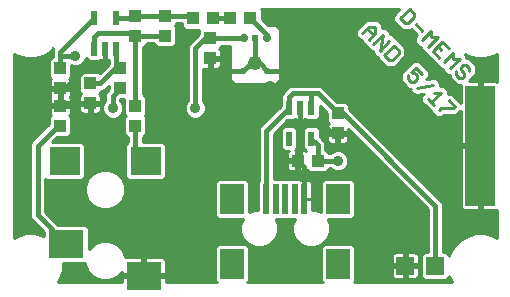
<source format=gtl>
G75*
%MOIN*%
%OFA0B0*%
%FSLAX25Y25*%
%IPPOS*%
%LPD*%
%AMOC8*
5,1,8,0,0,1.08239X$1,22.5*
%
%ADD10C,0.01100*%
%ADD11C,0.04819*%
%ADD12C,0.02213*%
%ADD13C,0.02409*%
%ADD14C,0.02846*%
%ADD15R,0.02165X0.04724*%
%ADD16R,0.11614X0.09449*%
%ADD17R,0.10433X0.09449*%
%ADD18R,0.03937X0.04331*%
%ADD19R,0.04331X0.03937*%
%ADD20R,0.01969X0.09843*%
%ADD21R,0.07874X0.09843*%
%ADD22R,0.06000X0.06000*%
%ADD23R,0.10000X0.40000*%
%ADD24C,0.01600*%
%ADD25C,0.03569*%
%ADD26C,0.01000*%
D10*
X0138070Y0089082D02*
X0139662Y0087489D01*
X0140724Y0087489D01*
X0142847Y0089613D01*
X0142847Y0090674D01*
X0141255Y0092266D01*
X0138070Y0089082D01*
X0136547Y0090605D02*
X0139732Y0093789D01*
X0137609Y0095913D02*
X0136547Y0090605D01*
X0134424Y0092728D02*
X0137609Y0095913D01*
X0135024Y0096374D02*
X0135024Y0098497D01*
X0132901Y0098497D01*
X0130778Y0096374D01*
X0132370Y0097966D02*
X0134493Y0095843D01*
X0135024Y0096374D02*
X0132901Y0094251D01*
X0143278Y0101374D02*
X0144870Y0099782D01*
X0145932Y0099782D01*
X0148055Y0101905D01*
X0148055Y0102966D01*
X0146463Y0104559D01*
X0143278Y0101374D01*
X0148516Y0099320D02*
X0150639Y0097197D01*
X0150570Y0094082D02*
X0153755Y0097266D01*
X0153755Y0095143D01*
X0155878Y0095143D01*
X0152693Y0091959D01*
X0154216Y0090436D02*
X0156339Y0088313D01*
X0157862Y0086790D02*
X0161047Y0089974D01*
X0161047Y0087851D01*
X0163170Y0087851D01*
X0159985Y0084666D01*
X0162039Y0083674D02*
X0162039Y0082613D01*
X0163101Y0081551D01*
X0164162Y0081551D01*
X0164693Y0082082D01*
X0164693Y0083143D01*
X0163631Y0084205D01*
X0163631Y0085267D01*
X0164162Y0085797D01*
X0165224Y0085797D01*
X0166285Y0084736D01*
X0166285Y0083674D01*
X0156870Y0090966D02*
X0155808Y0092028D01*
X0154216Y0090436D02*
X0157401Y0093620D01*
X0159524Y0091497D01*
X0150670Y0082851D02*
X0148547Y0084974D01*
X0146955Y0083382D01*
X0148547Y0082851D01*
X0149078Y0082320D01*
X0149078Y0081259D01*
X0148016Y0080197D01*
X0146955Y0080197D01*
X0145893Y0081259D01*
X0145893Y0082320D01*
X0149008Y0078143D02*
X0154316Y0079205D01*
X0154778Y0076620D02*
X0156901Y0076620D01*
X0153716Y0073436D01*
X0152654Y0074497D02*
X0154778Y0072374D01*
X0156301Y0070851D02*
X0156831Y0071382D01*
X0161078Y0071382D01*
X0161608Y0071913D01*
X0159485Y0074036D01*
D11*
X0095000Y0086374D03*
D12*
X0091004Y0083878D03*
X0098996Y0083878D03*
D13*
X0095000Y0094654D03*
D14*
X0091197Y0094654D03*
X0098803Y0094654D03*
D15*
X0106260Y0071493D03*
X0110000Y0071493D03*
X0113740Y0071493D03*
X0113740Y0061256D03*
X0106260Y0061256D03*
X0048740Y0091256D03*
X0045000Y0091256D03*
X0041260Y0091256D03*
X0041260Y0101493D03*
X0048740Y0101493D03*
D16*
X0032106Y0026197D03*
X0057894Y0015567D03*
D17*
X0058484Y0053756D03*
X0031516Y0053756D03*
D18*
X0030000Y0065528D03*
X0030000Y0072220D03*
X0030000Y0078028D03*
X0030000Y0084720D03*
X0055000Y0072220D03*
X0055000Y0065528D03*
X0080000Y0088028D03*
X0080000Y0094720D03*
X0080846Y0101374D03*
X0074154Y0101374D03*
X0065000Y0102220D03*
X0065000Y0095528D03*
X0122500Y0069720D03*
X0122500Y0063028D03*
D19*
X0115846Y0053874D03*
X0109154Y0053874D03*
X0050000Y0078028D03*
X0040000Y0079720D03*
X0050000Y0084720D03*
X0055000Y0095528D03*
X0055000Y0102220D03*
X0086654Y0101374D03*
X0093346Y0101374D03*
X0040000Y0073028D03*
D20*
X0098701Y0041217D03*
X0101850Y0041217D03*
X0105000Y0041217D03*
X0108150Y0041217D03*
X0111299Y0041217D03*
D21*
X0122717Y0041217D03*
X0087283Y0041217D03*
X0087283Y0019563D03*
X0122717Y0019563D03*
D22*
X0145000Y0018874D03*
X0155000Y0018874D03*
D23*
X0170000Y0058874D03*
D24*
X0155000Y0038874D02*
X0155000Y0018874D01*
X0145000Y0018874D02*
X0145000Y0031374D01*
X0127500Y0048874D01*
X0111299Y0048874D01*
X0111299Y0051728D01*
X0109154Y0053874D01*
X0110000Y0054720D01*
X0110000Y0066374D01*
X0117500Y0066374D01*
X0120000Y0063874D01*
X0121654Y0063874D01*
X0122500Y0063028D01*
X0115846Y0059149D02*
X0115846Y0053874D01*
X0122500Y0053874D01*
X0115846Y0059149D02*
X0113740Y0061256D01*
X0110000Y0066374D02*
X0110000Y0071493D01*
X0106260Y0071493D02*
X0106260Y0075134D01*
X0107500Y0076374D01*
X0113740Y0076374D01*
X0115846Y0076374D01*
X0122500Y0069720D01*
X0124154Y0069720D01*
X0155000Y0038874D01*
X0111299Y0041217D02*
X0111299Y0048874D01*
X0098701Y0041217D02*
X0098701Y0063933D01*
X0106260Y0071493D01*
X0113740Y0071493D02*
X0113740Y0076374D01*
X0105004Y0083878D02*
X0098996Y0083878D01*
X0096500Y0086374D01*
X0095000Y0086374D01*
X0093500Y0086374D01*
X0091004Y0083878D01*
X0085004Y0083878D01*
X0080000Y0078874D01*
X0075000Y0071374D02*
X0075000Y0091374D01*
X0078346Y0094720D01*
X0080000Y0094720D01*
X0080067Y0094654D01*
X0091197Y0094654D01*
X0095000Y0094654D02*
X0095000Y0086374D01*
X0105004Y0083878D02*
X0110000Y0088874D01*
X0098803Y0094654D02*
X0098803Y0095917D01*
X0093346Y0101374D01*
X0086654Y0101374D02*
X0080846Y0101374D01*
X0074154Y0101374D02*
X0073307Y0102220D01*
X0065000Y0102220D01*
X0055000Y0102220D01*
X0054272Y0101493D01*
X0048740Y0101493D01*
X0041260Y0101493D02*
X0030000Y0090233D01*
X0030000Y0088874D01*
X0035000Y0088874D01*
X0030000Y0088874D02*
X0030000Y0084720D01*
X0031654Y0078028D02*
X0037500Y0083874D01*
X0042500Y0083874D01*
X0045000Y0086374D01*
X0045000Y0091256D01*
X0041260Y0091256D02*
X0041260Y0095134D01*
X0042500Y0096374D01*
X0054154Y0096374D01*
X0055000Y0095528D01*
X0055000Y0072220D01*
X0047500Y0071374D02*
X0047500Y0075528D01*
X0050000Y0078028D01*
X0043346Y0079720D02*
X0048346Y0084720D01*
X0050000Y0084720D01*
X0048740Y0085980D01*
X0048740Y0091256D01*
X0055000Y0095528D02*
X0065000Y0095528D01*
X0043346Y0079720D02*
X0040000Y0079720D01*
X0031654Y0078028D02*
X0030000Y0078028D01*
X0030000Y0072220D01*
X0030807Y0073028D01*
X0040000Y0073028D01*
X0030000Y0065528D02*
X0029154Y0065528D01*
X0022500Y0058874D01*
X0022500Y0035803D01*
X0032106Y0026197D01*
X0058484Y0053756D02*
X0055000Y0057240D01*
X0055000Y0065528D01*
D25*
X0047500Y0071374D03*
X0040000Y0063874D03*
X0047500Y0053874D03*
X0070000Y0048874D03*
X0060000Y0038874D03*
X0070000Y0028874D03*
X0080000Y0038874D03*
X0090000Y0048874D03*
X0080000Y0058874D03*
X0075000Y0071374D03*
X0080000Y0078874D03*
X0060000Y0078874D03*
X0035000Y0088874D03*
X0020000Y0078874D03*
X0020000Y0068874D03*
X0030000Y0038874D03*
X0045000Y0033874D03*
X0105000Y0018874D03*
X0140000Y0028874D03*
X0150000Y0036374D03*
X0160000Y0038874D03*
X0140000Y0043874D03*
X0130000Y0053874D03*
X0122500Y0053874D03*
X0150000Y0068874D03*
X0160000Y0058874D03*
X0160000Y0078874D03*
X0150000Y0088874D03*
X0140000Y0078874D03*
X0130000Y0088874D03*
X0120000Y0078874D03*
X0110000Y0088874D03*
X0100000Y0078874D03*
X0120000Y0098874D03*
X0140000Y0098874D03*
D26*
X0030063Y0014706D02*
X0029294Y0013374D01*
X0050587Y0013374D01*
X0050587Y0015067D01*
X0057394Y0015067D01*
X0057394Y0016067D01*
X0057394Y0021791D01*
X0051889Y0021791D01*
X0051606Y0021716D01*
X0051606Y0021999D01*
X0050601Y0024427D01*
X0048742Y0026286D01*
X0046314Y0027291D01*
X0043686Y0027291D01*
X0041258Y0026286D01*
X0039613Y0024641D01*
X0039613Y0031625D01*
X0038618Y0032621D01*
X0029217Y0032621D01*
X0025000Y0036839D01*
X0025000Y0047927D01*
X0025595Y0047331D01*
X0037436Y0047331D01*
X0038432Y0048327D01*
X0038432Y0059184D01*
X0037436Y0060180D01*
X0027342Y0060180D01*
X0028824Y0061662D01*
X0032673Y0061662D01*
X0033668Y0062658D01*
X0033668Y0068397D01*
X0033050Y0069015D01*
X0033169Y0069134D01*
X0033366Y0069476D01*
X0033468Y0069858D01*
X0033468Y0071736D01*
X0030484Y0071736D01*
X0030484Y0072705D01*
X0029516Y0072705D01*
X0029516Y0075886D01*
X0029516Y0077543D01*
X0030484Y0077543D01*
X0030484Y0072705D01*
X0033468Y0072705D01*
X0033468Y0074583D01*
X0033366Y0074965D01*
X0033274Y0075124D01*
X0033366Y0075283D01*
X0033468Y0075665D01*
X0033468Y0077543D01*
X0030484Y0077543D01*
X0030484Y0078512D01*
X0033468Y0078512D01*
X0033468Y0080390D01*
X0033366Y0080772D01*
X0033169Y0081114D01*
X0033050Y0081233D01*
X0033668Y0081851D01*
X0033668Y0085654D01*
X0034307Y0085390D01*
X0035693Y0085390D01*
X0036974Y0085920D01*
X0037954Y0086900D01*
X0038484Y0088181D01*
X0038484Y0088182D01*
X0039473Y0087193D01*
X0043047Y0087193D01*
X0043347Y0087493D01*
X0043720Y0087393D01*
X0044959Y0087393D01*
X0044959Y0091214D01*
X0045041Y0091214D01*
X0045041Y0087393D01*
X0046135Y0087393D01*
X0046135Y0087393D01*
X0046135Y0086044D01*
X0043174Y0083084D01*
X0042870Y0083389D01*
X0037130Y0083389D01*
X0036135Y0082393D01*
X0036135Y0077048D01*
X0036960Y0076223D01*
X0036914Y0076196D01*
X0036634Y0075917D01*
X0036437Y0075575D01*
X0036335Y0075194D01*
X0036335Y0073512D01*
X0039516Y0073512D01*
X0039516Y0072543D01*
X0040484Y0072543D01*
X0040484Y0069559D01*
X0042363Y0069559D01*
X0042744Y0069661D01*
X0043086Y0069859D01*
X0043366Y0070138D01*
X0043563Y0070480D01*
X0043665Y0070862D01*
X0043665Y0072543D01*
X0040484Y0072543D01*
X0040484Y0073512D01*
X0043665Y0073512D01*
X0043665Y0075194D01*
X0043563Y0075575D01*
X0043366Y0075917D01*
X0043086Y0076196D01*
X0043040Y0076223D01*
X0043865Y0077048D01*
X0043865Y0077229D01*
X0044763Y0077601D01*
X0046135Y0078973D01*
X0046135Y0077698D01*
X0046084Y0077647D01*
X0045381Y0076944D01*
X0045000Y0076025D01*
X0045000Y0073801D01*
X0044546Y0073348D01*
X0044016Y0072067D01*
X0044016Y0070681D01*
X0044546Y0069400D01*
X0045526Y0068420D01*
X0046807Y0067890D01*
X0048193Y0067890D01*
X0049474Y0068420D01*
X0050454Y0069400D01*
X0050984Y0070681D01*
X0050984Y0072067D01*
X0050454Y0073348D01*
X0050000Y0073801D01*
X0050000Y0074359D01*
X0051331Y0074359D01*
X0051331Y0069351D01*
X0051808Y0068874D01*
X0051331Y0068397D01*
X0051331Y0062658D01*
X0052327Y0061662D01*
X0052500Y0061662D01*
X0052500Y0060117D01*
X0051568Y0059184D01*
X0051568Y0048327D01*
X0052564Y0047331D01*
X0064405Y0047331D01*
X0065401Y0048327D01*
X0065401Y0059184D01*
X0064405Y0060180D01*
X0057500Y0060180D01*
X0057500Y0061662D01*
X0057673Y0061662D01*
X0058668Y0062658D01*
X0058668Y0068397D01*
X0058192Y0068874D01*
X0058668Y0069351D01*
X0058668Y0075090D01*
X0057673Y0076086D01*
X0057500Y0076086D01*
X0057500Y0091859D01*
X0057870Y0091859D01*
X0058865Y0092855D01*
X0058865Y0093028D01*
X0061331Y0093028D01*
X0061331Y0092658D01*
X0062327Y0091662D01*
X0067673Y0091662D01*
X0068668Y0092658D01*
X0068668Y0098397D01*
X0068192Y0098874D01*
X0068668Y0099351D01*
X0068668Y0099720D01*
X0070485Y0099720D01*
X0070485Y0098504D01*
X0071481Y0097509D01*
X0076331Y0097509D01*
X0076331Y0096241D01*
X0076227Y0096137D01*
X0072881Y0092790D01*
X0072500Y0091871D01*
X0072500Y0073801D01*
X0072046Y0073348D01*
X0071516Y0072067D01*
X0071516Y0070681D01*
X0072046Y0069400D01*
X0073026Y0068420D01*
X0074307Y0067890D01*
X0075693Y0067890D01*
X0076974Y0068420D01*
X0077954Y0069400D01*
X0078484Y0070681D01*
X0078484Y0072067D01*
X0077954Y0073348D01*
X0077500Y0073801D01*
X0077500Y0084452D01*
X0077834Y0084362D01*
X0079516Y0084362D01*
X0079516Y0087543D01*
X0080484Y0087543D01*
X0080484Y0084362D01*
X0082166Y0084362D01*
X0082547Y0084464D01*
X0082890Y0084662D01*
X0083169Y0084941D01*
X0083366Y0085283D01*
X0083468Y0085665D01*
X0083468Y0087543D01*
X0080484Y0087543D01*
X0080484Y0088512D01*
X0083468Y0088512D01*
X0083468Y0090390D01*
X0083366Y0090772D01*
X0083169Y0091114D01*
X0083050Y0091233D01*
X0083668Y0091851D01*
X0083668Y0092154D01*
X0086751Y0092154D01*
X0086751Y0080747D01*
X0087893Y0079605D01*
X0102107Y0079605D01*
X0103249Y0080747D01*
X0103249Y0097953D01*
X0102107Y0099096D01*
X0099160Y0099096D01*
X0097212Y0101044D01*
X0097212Y0104047D01*
X0096884Y0104374D01*
X0143096Y0104374D01*
X0141696Y0102975D01*
X0141028Y0102306D01*
X0141028Y0100442D01*
X0141984Y0099486D01*
X0142620Y0098850D01*
X0142620Y0098850D01*
X0142982Y0098488D01*
X0143938Y0097532D01*
X0146864Y0097532D01*
X0146993Y0097661D01*
X0148980Y0095674D01*
X0148320Y0095014D01*
X0148320Y0093150D01*
X0149638Y0091832D01*
X0150443Y0091832D01*
X0150443Y0091027D01*
X0151761Y0089709D01*
X0151966Y0089709D01*
X0151966Y0089504D01*
X0153284Y0088186D01*
X0153284Y0088186D01*
X0155407Y0086063D01*
X0155612Y0086063D01*
X0155612Y0085858D01*
X0156930Y0084540D01*
X0157735Y0084540D01*
X0157735Y0083734D01*
X0159053Y0082416D01*
X0159789Y0082416D01*
X0159789Y0081681D01*
X0162169Y0079301D01*
X0163562Y0079301D01*
X0163500Y0079071D01*
X0163500Y0073203D01*
X0162540Y0074163D01*
X0160417Y0076286D01*
X0159151Y0076286D01*
X0159151Y0077552D01*
X0157833Y0078870D01*
X0156678Y0078870D01*
X0156340Y0080560D01*
X0154789Y0081594D01*
X0152047Y0081046D01*
X0152920Y0081919D01*
X0152920Y0083783D01*
X0150797Y0085906D01*
X0149479Y0087224D01*
X0147615Y0087224D01*
X0145622Y0085231D01*
X0145115Y0084978D01*
X0144988Y0084597D01*
X0144961Y0084570D01*
X0143643Y0083252D01*
X0143643Y0080327D01*
X0144961Y0079009D01*
X0146023Y0077947D01*
X0146753Y0077947D01*
X0146985Y0076788D01*
X0148536Y0075754D01*
X0151278Y0076303D01*
X0150404Y0075429D01*
X0150404Y0073565D01*
X0151466Y0072504D01*
X0151466Y0072504D01*
X0152784Y0071186D01*
X0153846Y0070124D01*
X0154051Y0070124D01*
X0154051Y0069919D01*
X0155369Y0068601D01*
X0157233Y0068601D01*
X0157763Y0069132D01*
X0162010Y0069132D01*
X0163328Y0070450D01*
X0163500Y0070622D01*
X0163500Y0059374D01*
X0169500Y0059374D01*
X0169500Y0080374D01*
X0166167Y0080374D01*
X0166412Y0080619D01*
X0166943Y0081150D01*
X0166943Y0081424D01*
X0167217Y0081424D01*
X0168535Y0082742D01*
X0168535Y0085668D01*
X0167474Y0086729D01*
X0166156Y0088047D01*
X0165420Y0088047D01*
X0165420Y0088783D01*
X0164792Y0089411D01*
X0165832Y0088811D01*
X0168578Y0088075D01*
X0171422Y0088075D01*
X0174168Y0088811D01*
X0175500Y0089580D01*
X0175500Y0080293D01*
X0175197Y0080374D01*
X0170500Y0080374D01*
X0170500Y0059374D01*
X0169500Y0059374D01*
X0169500Y0058374D01*
X0170500Y0058374D01*
X0170500Y0037374D01*
X0175197Y0037374D01*
X0175500Y0037455D01*
X0175500Y0028168D01*
X0174168Y0028937D01*
X0171422Y0029673D01*
X0168578Y0029673D01*
X0165832Y0028937D01*
X0163369Y0027516D01*
X0161358Y0025505D01*
X0159937Y0023042D01*
X0159700Y0022159D01*
X0159700Y0022578D01*
X0158704Y0023574D01*
X0157500Y0023574D01*
X0157500Y0039371D01*
X0157119Y0040290D01*
X0156416Y0040993D01*
X0126168Y0071241D01*
X0126168Y0072590D01*
X0125173Y0073586D01*
X0122170Y0073586D01*
X0117966Y0077790D01*
X0117263Y0078493D01*
X0116344Y0078874D01*
X0107003Y0078874D01*
X0106084Y0078493D01*
X0105381Y0077790D01*
X0104140Y0076550D01*
X0103760Y0075631D01*
X0103760Y0074842D01*
X0103477Y0074559D01*
X0103477Y0072245D01*
X0096581Y0065350D01*
X0096201Y0064431D01*
X0096201Y0047026D01*
X0096017Y0046842D01*
X0096017Y0037646D01*
X0095091Y0037646D01*
X0092920Y0036747D01*
X0092920Y0046842D01*
X0091925Y0047838D01*
X0082642Y0047838D01*
X0081646Y0046842D01*
X0081646Y0035591D01*
X0082642Y0034595D01*
X0090884Y0034595D01*
X0090067Y0032622D01*
X0090067Y0030127D01*
X0091022Y0027821D01*
X0092786Y0026057D01*
X0095091Y0025102D01*
X0097586Y0025102D01*
X0099891Y0026057D01*
X0101655Y0027821D01*
X0102610Y0030127D01*
X0102610Y0032622D01*
X0101793Y0034595D01*
X0108207Y0034595D01*
X0107390Y0032622D01*
X0107390Y0030127D01*
X0108345Y0027821D01*
X0110109Y0026057D01*
X0112414Y0025102D01*
X0114909Y0025102D01*
X0117214Y0026057D01*
X0118978Y0027821D01*
X0119933Y0030127D01*
X0119933Y0032622D01*
X0119115Y0034595D01*
X0127358Y0034595D01*
X0128354Y0035591D01*
X0128354Y0046842D01*
X0127358Y0047838D01*
X0118075Y0047838D01*
X0117080Y0046842D01*
X0117080Y0036747D01*
X0114909Y0037646D01*
X0113783Y0037646D01*
X0113783Y0041216D01*
X0111299Y0041216D01*
X0111299Y0041217D01*
X0111299Y0047638D01*
X0110117Y0047638D01*
X0110055Y0047621D01*
X0109838Y0047838D01*
X0101201Y0047838D01*
X0101201Y0062898D01*
X0105733Y0067430D01*
X0108047Y0067430D01*
X0108347Y0067730D01*
X0108720Y0067630D01*
X0109959Y0067630D01*
X0109959Y0071451D01*
X0110041Y0071451D01*
X0110041Y0067630D01*
X0111280Y0067630D01*
X0111653Y0067730D01*
X0111953Y0067430D01*
X0115527Y0067430D01*
X0116523Y0068426D01*
X0116523Y0072162D01*
X0118831Y0069853D01*
X0118831Y0066851D01*
X0119450Y0066233D01*
X0119331Y0066114D01*
X0119134Y0065772D01*
X0119031Y0065390D01*
X0119031Y0063512D01*
X0122016Y0063512D01*
X0122016Y0062543D01*
X0122984Y0062543D01*
X0122984Y0059362D01*
X0124666Y0059362D01*
X0125047Y0059464D01*
X0125390Y0059662D01*
X0125669Y0059941D01*
X0125866Y0060283D01*
X0125968Y0060665D01*
X0125968Y0062543D01*
X0122984Y0062543D01*
X0122984Y0063512D01*
X0125968Y0063512D01*
X0125968Y0064370D01*
X0152500Y0037838D01*
X0152500Y0023574D01*
X0151296Y0023574D01*
X0150300Y0022578D01*
X0150300Y0015170D01*
X0151296Y0014174D01*
X0158704Y0014174D01*
X0159700Y0015170D01*
X0159700Y0015589D01*
X0159937Y0014706D01*
X0160706Y0013374D01*
X0127790Y0013374D01*
X0128354Y0013938D01*
X0128354Y0025188D01*
X0127358Y0026184D01*
X0118075Y0026184D01*
X0117080Y0025188D01*
X0117080Y0013938D01*
X0117643Y0013374D01*
X0092357Y0013374D01*
X0092920Y0013938D01*
X0092920Y0025188D01*
X0091925Y0026184D01*
X0082642Y0026184D01*
X0081646Y0025188D01*
X0081646Y0013938D01*
X0082210Y0013374D01*
X0065201Y0013374D01*
X0065201Y0015067D01*
X0058394Y0015067D01*
X0058394Y0016067D01*
X0065201Y0016067D01*
X0065201Y0020489D01*
X0065099Y0020870D01*
X0064901Y0021212D01*
X0064622Y0021492D01*
X0064280Y0021689D01*
X0063898Y0021791D01*
X0058394Y0021791D01*
X0058394Y0016067D01*
X0057394Y0016067D01*
X0050587Y0016067D01*
X0050587Y0016929D01*
X0048742Y0015084D01*
X0046314Y0014079D01*
X0043686Y0014079D01*
X0041258Y0015084D01*
X0039399Y0016943D01*
X0038394Y0019371D01*
X0038394Y0019772D01*
X0030799Y0019772D01*
X0030799Y0017452D01*
X0030063Y0014706D01*
X0030106Y0014865D02*
X0041788Y0014865D01*
X0040479Y0015864D02*
X0030374Y0015864D01*
X0030641Y0016862D02*
X0039480Y0016862D01*
X0039019Y0017861D02*
X0030799Y0017861D01*
X0030799Y0018859D02*
X0038606Y0018859D01*
X0039613Y0024850D02*
X0039822Y0024850D01*
X0039613Y0025849D02*
X0040821Y0025849D01*
X0039613Y0026847D02*
X0042614Y0026847D01*
X0039613Y0027846D02*
X0091012Y0027846D01*
X0090598Y0028844D02*
X0039613Y0028844D01*
X0039613Y0029843D02*
X0090184Y0029843D01*
X0090067Y0030841D02*
X0039613Y0030841D01*
X0039399Y0031840D02*
X0090067Y0031840D01*
X0090157Y0032838D02*
X0029000Y0032838D01*
X0028002Y0033837D02*
X0090570Y0033837D01*
X0092920Y0036832D02*
X0093128Y0036832D01*
X0092920Y0037831D02*
X0096017Y0037831D01*
X0096017Y0038829D02*
X0092920Y0038829D01*
X0092920Y0039828D02*
X0096017Y0039828D01*
X0096017Y0040826D02*
X0092920Y0040826D01*
X0092920Y0041825D02*
X0096017Y0041825D01*
X0096017Y0042823D02*
X0092920Y0042823D01*
X0092920Y0043822D02*
X0096017Y0043822D01*
X0096017Y0044820D02*
X0092920Y0044820D01*
X0092920Y0045819D02*
X0096017Y0045819D01*
X0096017Y0046817D02*
X0092920Y0046817D01*
X0091946Y0047816D02*
X0096201Y0047816D01*
X0096201Y0048814D02*
X0065401Y0048814D01*
X0065401Y0049813D02*
X0096201Y0049813D01*
X0096201Y0050811D02*
X0065401Y0050811D01*
X0065401Y0051810D02*
X0096201Y0051810D01*
X0096201Y0052809D02*
X0065401Y0052809D01*
X0065401Y0053807D02*
X0096201Y0053807D01*
X0096201Y0054806D02*
X0065401Y0054806D01*
X0065401Y0055804D02*
X0096201Y0055804D01*
X0096201Y0056803D02*
X0065401Y0056803D01*
X0065401Y0057801D02*
X0096201Y0057801D01*
X0096201Y0058800D02*
X0065401Y0058800D01*
X0064787Y0059798D02*
X0096201Y0059798D01*
X0096201Y0060797D02*
X0057500Y0060797D01*
X0057806Y0061795D02*
X0096201Y0061795D01*
X0096201Y0062794D02*
X0058668Y0062794D01*
X0058668Y0063792D02*
X0096201Y0063792D01*
X0096350Y0064791D02*
X0058668Y0064791D01*
X0058668Y0065789D02*
X0097021Y0065789D01*
X0098019Y0066788D02*
X0058668Y0066788D01*
X0058668Y0067786D02*
X0099018Y0067786D01*
X0100016Y0068785D02*
X0077338Y0068785D01*
X0078112Y0069783D02*
X0101015Y0069783D01*
X0102014Y0070782D02*
X0078484Y0070782D01*
X0078484Y0071780D02*
X0103012Y0071780D01*
X0103477Y0072779D02*
X0078189Y0072779D01*
X0077524Y0073777D02*
X0103477Y0073777D01*
X0103694Y0074776D02*
X0077500Y0074776D01*
X0077500Y0075774D02*
X0103819Y0075774D01*
X0104363Y0076773D02*
X0077500Y0076773D01*
X0077500Y0077771D02*
X0105362Y0077771D01*
X0106751Y0078770D02*
X0077500Y0078770D01*
X0077500Y0079768D02*
X0087730Y0079768D01*
X0086751Y0080767D02*
X0077500Y0080767D01*
X0077500Y0081765D02*
X0086751Y0081765D01*
X0086751Y0082764D02*
X0077500Y0082764D01*
X0077500Y0083762D02*
X0086751Y0083762D01*
X0086751Y0084761D02*
X0082988Y0084761D01*
X0083468Y0085759D02*
X0086751Y0085759D01*
X0086751Y0086758D02*
X0083468Y0086758D01*
X0080484Y0087756D02*
X0086751Y0087756D01*
X0086751Y0088755D02*
X0083468Y0088755D01*
X0083468Y0089753D02*
X0086751Y0089753D01*
X0086751Y0090752D02*
X0083372Y0090752D01*
X0083568Y0091750D02*
X0086751Y0091750D01*
X0080484Y0086758D02*
X0079516Y0086758D01*
X0079516Y0085759D02*
X0080484Y0085759D01*
X0080484Y0084761D02*
X0079516Y0084761D01*
X0072500Y0084761D02*
X0057500Y0084761D01*
X0057500Y0085759D02*
X0072500Y0085759D01*
X0072500Y0086758D02*
X0057500Y0086758D01*
X0057500Y0087756D02*
X0072500Y0087756D01*
X0072500Y0088755D02*
X0057500Y0088755D01*
X0057500Y0089753D02*
X0072500Y0089753D01*
X0072500Y0090752D02*
X0057500Y0090752D01*
X0057500Y0091750D02*
X0062239Y0091750D01*
X0061331Y0092749D02*
X0058759Y0092749D01*
X0067761Y0091750D02*
X0072500Y0091750D01*
X0072864Y0092749D02*
X0068668Y0092749D01*
X0068668Y0093747D02*
X0073838Y0093747D01*
X0074836Y0094746D02*
X0068668Y0094746D01*
X0068668Y0095745D02*
X0075835Y0095745D01*
X0076331Y0096743D02*
X0068668Y0096743D01*
X0068668Y0097742D02*
X0071248Y0097742D01*
X0070485Y0098740D02*
X0068326Y0098740D01*
X0046135Y0086758D02*
X0037811Y0086758D01*
X0038308Y0087756D02*
X0038910Y0087756D01*
X0036585Y0085759D02*
X0045850Y0085759D01*
X0044851Y0084761D02*
X0033668Y0084761D01*
X0033668Y0083762D02*
X0043853Y0083762D01*
X0044959Y0087756D02*
X0045041Y0087756D01*
X0045041Y0088755D02*
X0044959Y0088755D01*
X0044959Y0089753D02*
X0045041Y0089753D01*
X0045041Y0090752D02*
X0044959Y0090752D01*
X0036505Y0082764D02*
X0033668Y0082764D01*
X0033583Y0081765D02*
X0036135Y0081765D01*
X0036135Y0080767D02*
X0033368Y0080767D01*
X0033468Y0079768D02*
X0036135Y0079768D01*
X0036135Y0078770D02*
X0033468Y0078770D01*
X0036135Y0077771D02*
X0030484Y0077771D01*
X0029516Y0077771D02*
X0014500Y0077771D01*
X0014500Y0076773D02*
X0026531Y0076773D01*
X0026531Y0077543D02*
X0026531Y0075665D01*
X0026634Y0075283D01*
X0026726Y0075124D01*
X0026634Y0074965D01*
X0026531Y0074583D01*
X0026531Y0072705D01*
X0029516Y0072705D01*
X0029516Y0071736D01*
X0026531Y0071736D01*
X0026531Y0069858D01*
X0026634Y0069476D01*
X0026831Y0069134D01*
X0026950Y0069015D01*
X0026331Y0068397D01*
X0026331Y0066241D01*
X0021084Y0060993D01*
X0020381Y0060290D01*
X0020000Y0059371D01*
X0020000Y0035306D01*
X0020381Y0034387D01*
X0024599Y0030168D01*
X0024599Y0028688D01*
X0024168Y0028937D01*
X0021422Y0029673D01*
X0018578Y0029673D01*
X0015832Y0028937D01*
X0014500Y0028168D01*
X0014500Y0089580D01*
X0015832Y0088811D01*
X0018578Y0088075D01*
X0021422Y0088075D01*
X0024168Y0088811D01*
X0026631Y0090232D01*
X0027763Y0091364D01*
X0027500Y0090730D01*
X0027500Y0088586D01*
X0027327Y0088586D01*
X0026331Y0087590D01*
X0026331Y0081851D01*
X0026950Y0081233D01*
X0026831Y0081114D01*
X0026634Y0080772D01*
X0026531Y0080390D01*
X0026531Y0078512D01*
X0029516Y0078512D01*
X0029516Y0077543D01*
X0026531Y0077543D01*
X0026531Y0078770D02*
X0014500Y0078770D01*
X0014500Y0079768D02*
X0026531Y0079768D01*
X0026632Y0080767D02*
X0014500Y0080767D01*
X0014500Y0081765D02*
X0026417Y0081765D01*
X0026331Y0082764D02*
X0014500Y0082764D01*
X0014500Y0083762D02*
X0026331Y0083762D01*
X0026331Y0084761D02*
X0014500Y0084761D01*
X0014500Y0085759D02*
X0026331Y0085759D01*
X0026331Y0086758D02*
X0014500Y0086758D01*
X0014500Y0087756D02*
X0026498Y0087756D01*
X0027500Y0088755D02*
X0023960Y0088755D01*
X0025801Y0089753D02*
X0027500Y0089753D01*
X0027509Y0090752D02*
X0027150Y0090752D01*
X0016040Y0088755D02*
X0014500Y0088755D01*
X0029516Y0076773D02*
X0030484Y0076773D01*
X0030484Y0075774D02*
X0029516Y0075774D01*
X0029516Y0074776D02*
X0030484Y0074776D01*
X0030484Y0073777D02*
X0029516Y0073777D01*
X0029516Y0072779D02*
X0030484Y0072779D01*
X0030484Y0071780D02*
X0036335Y0071780D01*
X0036335Y0072543D02*
X0036335Y0070862D01*
X0036437Y0070480D01*
X0036634Y0070138D01*
X0036914Y0069859D01*
X0037256Y0069661D01*
X0037637Y0069559D01*
X0039516Y0069559D01*
X0039516Y0072543D01*
X0036335Y0072543D01*
X0036335Y0073777D02*
X0033468Y0073777D01*
X0033468Y0072779D02*
X0039516Y0072779D01*
X0040484Y0072779D02*
X0044311Y0072779D01*
X0044016Y0071780D02*
X0043665Y0071780D01*
X0043644Y0070782D02*
X0044016Y0070782D01*
X0044388Y0069783D02*
X0042955Y0069783D01*
X0045162Y0068785D02*
X0033281Y0068785D01*
X0033449Y0069783D02*
X0037044Y0069783D01*
X0036356Y0070782D02*
X0033468Y0070782D01*
X0029516Y0071780D02*
X0014500Y0071780D01*
X0014500Y0070782D02*
X0026531Y0070782D01*
X0026551Y0069783D02*
X0014500Y0069783D01*
X0014500Y0068785D02*
X0026719Y0068785D01*
X0026331Y0067786D02*
X0014500Y0067786D01*
X0014500Y0066788D02*
X0026331Y0066788D01*
X0025880Y0065789D02*
X0014500Y0065789D01*
X0014500Y0064791D02*
X0024881Y0064791D01*
X0023883Y0063792D02*
X0014500Y0063792D01*
X0014500Y0062794D02*
X0022884Y0062794D01*
X0021886Y0061795D02*
X0014500Y0061795D01*
X0014500Y0060797D02*
X0020887Y0060797D01*
X0020177Y0059798D02*
X0014500Y0059798D01*
X0014500Y0058800D02*
X0020000Y0058800D01*
X0020000Y0057801D02*
X0014500Y0057801D01*
X0014500Y0056803D02*
X0020000Y0056803D01*
X0020000Y0055804D02*
X0014500Y0055804D01*
X0014500Y0054806D02*
X0020000Y0054806D01*
X0020000Y0053807D02*
X0014500Y0053807D01*
X0014500Y0052809D02*
X0020000Y0052809D01*
X0020000Y0051810D02*
X0014500Y0051810D01*
X0014500Y0050811D02*
X0020000Y0050811D01*
X0020000Y0049813D02*
X0014500Y0049813D01*
X0014500Y0048814D02*
X0020000Y0048814D01*
X0020000Y0047816D02*
X0014500Y0047816D01*
X0014500Y0046817D02*
X0020000Y0046817D01*
X0020000Y0045819D02*
X0014500Y0045819D01*
X0014500Y0044820D02*
X0020000Y0044820D01*
X0020000Y0043822D02*
X0014500Y0043822D01*
X0014500Y0042823D02*
X0020000Y0042823D01*
X0020000Y0041825D02*
X0014500Y0041825D01*
X0014500Y0040826D02*
X0020000Y0040826D01*
X0020000Y0039828D02*
X0014500Y0039828D01*
X0014500Y0038829D02*
X0020000Y0038829D01*
X0020000Y0037831D02*
X0014500Y0037831D01*
X0014500Y0036832D02*
X0020000Y0036832D01*
X0020000Y0035834D02*
X0014500Y0035834D01*
X0014500Y0034835D02*
X0020195Y0034835D01*
X0020931Y0033837D02*
X0014500Y0033837D01*
X0014500Y0032838D02*
X0021929Y0032838D01*
X0022928Y0031840D02*
X0014500Y0031840D01*
X0014500Y0030841D02*
X0023926Y0030841D01*
X0024599Y0029843D02*
X0014500Y0029843D01*
X0014500Y0028844D02*
X0015671Y0028844D01*
X0024329Y0028844D02*
X0024599Y0028844D01*
X0027003Y0034835D02*
X0082402Y0034835D01*
X0081646Y0035834D02*
X0026005Y0035834D01*
X0025006Y0036832D02*
X0081646Y0036832D01*
X0081646Y0037831D02*
X0046628Y0037831D01*
X0046314Y0037701D02*
X0048742Y0038707D01*
X0050601Y0040565D01*
X0051606Y0042993D01*
X0051606Y0045621D01*
X0050601Y0048049D01*
X0048742Y0049908D01*
X0046314Y0050913D01*
X0043686Y0050913D01*
X0041258Y0049908D01*
X0039399Y0048049D01*
X0038394Y0045621D01*
X0038394Y0042993D01*
X0039399Y0040565D01*
X0041258Y0038707D01*
X0043686Y0037701D01*
X0046314Y0037701D01*
X0048865Y0038829D02*
X0081646Y0038829D01*
X0081646Y0039828D02*
X0049863Y0039828D01*
X0050709Y0040826D02*
X0081646Y0040826D01*
X0081646Y0041825D02*
X0051122Y0041825D01*
X0051536Y0042823D02*
X0081646Y0042823D01*
X0081646Y0043822D02*
X0051606Y0043822D01*
X0051606Y0044820D02*
X0081646Y0044820D01*
X0081646Y0045819D02*
X0051524Y0045819D01*
X0051111Y0046817D02*
X0081646Y0046817D01*
X0082620Y0047816D02*
X0064889Y0047816D01*
X0052079Y0047816D02*
X0050697Y0047816D01*
X0049835Y0048814D02*
X0051568Y0048814D01*
X0051568Y0049813D02*
X0048837Y0049813D01*
X0046560Y0050811D02*
X0051568Y0050811D01*
X0051568Y0051810D02*
X0038432Y0051810D01*
X0038432Y0050811D02*
X0043440Y0050811D01*
X0041163Y0049813D02*
X0038432Y0049813D01*
X0038432Y0048814D02*
X0040165Y0048814D01*
X0039303Y0047816D02*
X0037921Y0047816D01*
X0038889Y0046817D02*
X0025000Y0046817D01*
X0025000Y0045819D02*
X0038476Y0045819D01*
X0038394Y0044820D02*
X0025000Y0044820D01*
X0025000Y0043822D02*
X0038394Y0043822D01*
X0038464Y0042823D02*
X0025000Y0042823D01*
X0025000Y0041825D02*
X0038878Y0041825D01*
X0039291Y0040826D02*
X0025000Y0040826D01*
X0025000Y0039828D02*
X0040136Y0039828D01*
X0041135Y0038829D02*
X0025000Y0038829D01*
X0025000Y0037831D02*
X0043372Y0037831D01*
X0047386Y0026847D02*
X0091996Y0026847D01*
X0092260Y0025849D02*
X0093289Y0025849D01*
X0092920Y0024850D02*
X0117080Y0024850D01*
X0117080Y0023852D02*
X0092920Y0023852D01*
X0092920Y0022853D02*
X0117080Y0022853D01*
X0117080Y0021855D02*
X0092920Y0021855D01*
X0092920Y0020856D02*
X0117080Y0020856D01*
X0117080Y0019858D02*
X0092920Y0019858D01*
X0092920Y0018859D02*
X0117080Y0018859D01*
X0117080Y0017861D02*
X0092920Y0017861D01*
X0092920Y0016862D02*
X0117080Y0016862D01*
X0117080Y0015864D02*
X0092920Y0015864D01*
X0092920Y0014865D02*
X0117080Y0014865D01*
X0117151Y0013867D02*
X0092849Y0013867D01*
X0081717Y0013867D02*
X0065201Y0013867D01*
X0065201Y0014865D02*
X0081646Y0014865D01*
X0081646Y0015864D02*
X0058394Y0015864D01*
X0058394Y0016862D02*
X0057394Y0016862D01*
X0057394Y0015864D02*
X0049521Y0015864D01*
X0050520Y0016862D02*
X0050587Y0016862D01*
X0050587Y0014865D02*
X0048212Y0014865D01*
X0050587Y0013867D02*
X0029579Y0013867D01*
X0049179Y0025849D02*
X0082307Y0025849D01*
X0081646Y0024850D02*
X0050178Y0024850D01*
X0050839Y0023852D02*
X0081646Y0023852D01*
X0081646Y0022853D02*
X0051253Y0022853D01*
X0051606Y0021855D02*
X0081646Y0021855D01*
X0081646Y0020856D02*
X0065102Y0020856D01*
X0065201Y0019858D02*
X0081646Y0019858D01*
X0081646Y0018859D02*
X0065201Y0018859D01*
X0065201Y0017861D02*
X0081646Y0017861D01*
X0081646Y0016862D02*
X0065201Y0016862D01*
X0058394Y0017861D02*
X0057394Y0017861D01*
X0057394Y0018859D02*
X0058394Y0018859D01*
X0058394Y0019858D02*
X0057394Y0019858D01*
X0057394Y0020856D02*
X0058394Y0020856D01*
X0099388Y0025849D02*
X0110612Y0025849D01*
X0109319Y0026847D02*
X0100681Y0026847D01*
X0101665Y0027846D02*
X0108334Y0027846D01*
X0107921Y0028844D02*
X0102079Y0028844D01*
X0102493Y0029843D02*
X0107507Y0029843D01*
X0107390Y0030841D02*
X0102610Y0030841D01*
X0102610Y0031840D02*
X0107390Y0031840D01*
X0107480Y0032838D02*
X0102520Y0032838D01*
X0102107Y0033837D02*
X0107893Y0033837D01*
X0113783Y0037831D02*
X0117080Y0037831D01*
X0117080Y0038829D02*
X0113783Y0038829D01*
X0113783Y0039828D02*
X0117080Y0039828D01*
X0117080Y0040826D02*
X0113783Y0040826D01*
X0113783Y0041217D02*
X0113783Y0046335D01*
X0113681Y0046717D01*
X0113484Y0047059D01*
X0113204Y0047338D01*
X0112862Y0047536D01*
X0112481Y0047638D01*
X0111299Y0047638D01*
X0111299Y0041217D01*
X0111299Y0041217D01*
X0113783Y0041217D01*
X0113783Y0041825D02*
X0117080Y0041825D01*
X0117080Y0042823D02*
X0113783Y0042823D01*
X0113783Y0043822D02*
X0117080Y0043822D01*
X0117080Y0044820D02*
X0113783Y0044820D01*
X0113783Y0045819D02*
X0117080Y0045819D01*
X0117080Y0046817D02*
X0113623Y0046817D01*
X0111299Y0046817D02*
X0111299Y0046817D01*
X0111299Y0045819D02*
X0111299Y0045819D01*
X0111299Y0044820D02*
X0111299Y0044820D01*
X0111299Y0043822D02*
X0111299Y0043822D01*
X0111299Y0042823D02*
X0111299Y0042823D01*
X0111299Y0041825D02*
X0111299Y0041825D01*
X0109860Y0047816D02*
X0118054Y0047816D01*
X0118716Y0050206D02*
X0119712Y0051201D01*
X0119712Y0051374D01*
X0120073Y0051374D01*
X0120526Y0050920D01*
X0121807Y0050390D01*
X0123193Y0050390D01*
X0124474Y0050920D01*
X0125454Y0051900D01*
X0125984Y0053181D01*
X0125984Y0054567D01*
X0125454Y0055848D01*
X0124474Y0056828D01*
X0123193Y0057358D01*
X0121807Y0057358D01*
X0120526Y0056828D01*
X0120073Y0056374D01*
X0119712Y0056374D01*
X0119712Y0056547D01*
X0118716Y0057543D01*
X0118346Y0057543D01*
X0118346Y0059646D01*
X0117966Y0060565D01*
X0117263Y0061269D01*
X0116523Y0062008D01*
X0116523Y0064322D01*
X0115527Y0065318D01*
X0111953Y0065318D01*
X0110957Y0064322D01*
X0110957Y0058189D01*
X0111918Y0057229D01*
X0111898Y0057240D01*
X0111516Y0057343D01*
X0109638Y0057343D01*
X0109638Y0054358D01*
X0108669Y0054358D01*
X0108669Y0053390D01*
X0105488Y0053390D01*
X0105488Y0051708D01*
X0105590Y0051327D01*
X0105788Y0050984D01*
X0106067Y0050705D01*
X0106409Y0050508D01*
X0106791Y0050406D01*
X0108669Y0050406D01*
X0108669Y0053390D01*
X0109638Y0053390D01*
X0109638Y0050406D01*
X0111516Y0050406D01*
X0111898Y0050508D01*
X0112240Y0050705D01*
X0112359Y0050824D01*
X0112977Y0050206D01*
X0118716Y0050206D01*
X0119322Y0050811D02*
X0120789Y0050811D01*
X0124211Y0050811D02*
X0139527Y0050811D01*
X0140525Y0049813D02*
X0101201Y0049813D01*
X0101201Y0050811D02*
X0105961Y0050811D01*
X0105488Y0051810D02*
X0101201Y0051810D01*
X0101201Y0052809D02*
X0105488Y0052809D01*
X0105488Y0054358D02*
X0108669Y0054358D01*
X0108669Y0057343D01*
X0108196Y0057343D01*
X0109043Y0058189D01*
X0109043Y0064322D01*
X0108047Y0065318D01*
X0104473Y0065318D01*
X0103477Y0064322D01*
X0103477Y0058189D01*
X0104473Y0057193D01*
X0106328Y0057193D01*
X0106067Y0057043D01*
X0105788Y0056764D01*
X0105590Y0056421D01*
X0105488Y0056040D01*
X0105488Y0054358D01*
X0105488Y0054806D02*
X0101201Y0054806D01*
X0101201Y0055804D02*
X0105488Y0055804D01*
X0105827Y0056803D02*
X0101201Y0056803D01*
X0101201Y0057801D02*
X0103865Y0057801D01*
X0103477Y0058800D02*
X0101201Y0058800D01*
X0101201Y0059798D02*
X0103477Y0059798D01*
X0103477Y0060797D02*
X0101201Y0060797D01*
X0101201Y0061795D02*
X0103477Y0061795D01*
X0103477Y0062794D02*
X0101201Y0062794D01*
X0102095Y0063792D02*
X0103477Y0063792D01*
X0103094Y0064791D02*
X0103946Y0064791D01*
X0104092Y0065789D02*
X0119144Y0065789D01*
X0119031Y0064791D02*
X0116054Y0064791D01*
X0116523Y0063792D02*
X0119031Y0063792D01*
X0116523Y0062794D02*
X0122016Y0062794D01*
X0122016Y0062543D02*
X0119031Y0062543D01*
X0119031Y0060665D01*
X0119134Y0060283D01*
X0119331Y0059941D01*
X0119610Y0059662D01*
X0119953Y0059464D01*
X0120334Y0059362D01*
X0122016Y0059362D01*
X0122016Y0062543D01*
X0122016Y0061795D02*
X0122984Y0061795D01*
X0122984Y0060797D02*
X0122016Y0060797D01*
X0122016Y0059798D02*
X0122984Y0059798D01*
X0119474Y0059798D02*
X0118284Y0059798D01*
X0118346Y0058800D02*
X0131539Y0058800D01*
X0130540Y0059798D02*
X0125526Y0059798D01*
X0125968Y0060797D02*
X0129542Y0060797D01*
X0128543Y0061795D02*
X0125968Y0061795D01*
X0127545Y0062794D02*
X0122984Y0062794D01*
X0125968Y0063792D02*
X0126546Y0063792D01*
X0129623Y0067786D02*
X0163500Y0067786D01*
X0163500Y0066788D02*
X0130622Y0066788D01*
X0131620Y0065789D02*
X0163500Y0065789D01*
X0163500Y0064791D02*
X0132619Y0064791D01*
X0133617Y0063792D02*
X0163500Y0063792D01*
X0163500Y0062794D02*
X0134616Y0062794D01*
X0135614Y0061795D02*
X0163500Y0061795D01*
X0163500Y0060797D02*
X0136613Y0060797D01*
X0137611Y0059798D02*
X0163500Y0059798D01*
X0163500Y0058374D02*
X0163500Y0038677D01*
X0163602Y0038295D01*
X0163800Y0037953D01*
X0164079Y0037674D01*
X0164421Y0037476D01*
X0164803Y0037374D01*
X0169500Y0037374D01*
X0169500Y0058374D01*
X0163500Y0058374D01*
X0163500Y0057801D02*
X0139608Y0057801D01*
X0138610Y0058800D02*
X0169500Y0058800D01*
X0169500Y0059798D02*
X0170500Y0059798D01*
X0170500Y0060797D02*
X0169500Y0060797D01*
X0169500Y0061795D02*
X0170500Y0061795D01*
X0170500Y0062794D02*
X0169500Y0062794D01*
X0169500Y0063792D02*
X0170500Y0063792D01*
X0170500Y0064791D02*
X0169500Y0064791D01*
X0169500Y0065789D02*
X0170500Y0065789D01*
X0170500Y0066788D02*
X0169500Y0066788D01*
X0169500Y0067786D02*
X0170500Y0067786D01*
X0170500Y0068785D02*
X0169500Y0068785D01*
X0169500Y0069783D02*
X0170500Y0069783D01*
X0170500Y0070782D02*
X0169500Y0070782D01*
X0169500Y0071780D02*
X0170500Y0071780D01*
X0170500Y0072779D02*
X0169500Y0072779D01*
X0169500Y0073777D02*
X0170500Y0073777D01*
X0170500Y0074776D02*
X0169500Y0074776D01*
X0169500Y0075774D02*
X0170500Y0075774D01*
X0170500Y0076773D02*
X0169500Y0076773D01*
X0169500Y0077771D02*
X0170500Y0077771D01*
X0170500Y0078770D02*
X0169500Y0078770D01*
X0169500Y0079768D02*
X0170500Y0079768D01*
X0167559Y0081765D02*
X0175500Y0081765D01*
X0175500Y0080767D02*
X0166560Y0080767D01*
X0168535Y0082764D02*
X0175500Y0082764D01*
X0175500Y0083762D02*
X0168535Y0083762D01*
X0168535Y0084761D02*
X0175500Y0084761D01*
X0175500Y0085759D02*
X0168444Y0085759D01*
X0167445Y0086758D02*
X0175500Y0086758D01*
X0175500Y0087756D02*
X0166447Y0087756D01*
X0166040Y0088755D02*
X0165420Y0088755D01*
X0157735Y0083762D02*
X0152920Y0083762D01*
X0152920Y0082764D02*
X0158706Y0082764D01*
X0159789Y0081765D02*
X0152766Y0081765D01*
X0156030Y0080767D02*
X0160703Y0080767D01*
X0161701Y0079768D02*
X0156498Y0079768D01*
X0157933Y0078770D02*
X0163500Y0078770D01*
X0163500Y0077771D02*
X0158932Y0077771D01*
X0159151Y0076773D02*
X0163500Y0076773D01*
X0163500Y0075774D02*
X0160929Y0075774D01*
X0161927Y0074776D02*
X0163500Y0074776D01*
X0163500Y0073777D02*
X0162926Y0073777D01*
X0162661Y0069783D02*
X0163500Y0069783D01*
X0163500Y0068785D02*
X0157416Y0068785D01*
X0155185Y0068785D02*
X0128625Y0068785D01*
X0127626Y0069783D02*
X0154187Y0069783D01*
X0153188Y0070782D02*
X0126628Y0070782D01*
X0126168Y0071780D02*
X0152190Y0071780D01*
X0152784Y0071186D02*
X0152784Y0071186D01*
X0151191Y0072779D02*
X0125980Y0072779D01*
X0121979Y0073777D02*
X0150404Y0073777D01*
X0150404Y0074776D02*
X0120980Y0074776D01*
X0119982Y0075774D02*
X0148506Y0075774D01*
X0148636Y0075774D02*
X0150750Y0075774D01*
X0147008Y0076773D02*
X0118983Y0076773D01*
X0117985Y0077771D02*
X0146788Y0077771D01*
X0145200Y0078770D02*
X0116595Y0078770D01*
X0116523Y0071780D02*
X0116905Y0071780D01*
X0116523Y0070782D02*
X0117903Y0070782D01*
X0118831Y0069783D02*
X0116523Y0069783D01*
X0116523Y0068785D02*
X0118831Y0068785D01*
X0118831Y0067786D02*
X0115883Y0067786D01*
X0118895Y0066788D02*
X0105091Y0066788D01*
X0108574Y0064791D02*
X0111426Y0064791D01*
X0110957Y0063792D02*
X0109043Y0063792D01*
X0109043Y0062794D02*
X0110957Y0062794D01*
X0110957Y0061795D02*
X0109043Y0061795D01*
X0109043Y0060797D02*
X0110957Y0060797D01*
X0110957Y0059798D02*
X0109043Y0059798D01*
X0109043Y0058800D02*
X0110957Y0058800D01*
X0111346Y0057801D02*
X0108654Y0057801D01*
X0108669Y0056803D02*
X0109638Y0056803D01*
X0109638Y0055804D02*
X0108669Y0055804D01*
X0108669Y0054806D02*
X0109638Y0054806D01*
X0108669Y0053807D02*
X0101201Y0053807D01*
X0101201Y0048814D02*
X0141524Y0048814D01*
X0142523Y0047816D02*
X0127380Y0047816D01*
X0128354Y0046817D02*
X0143521Y0046817D01*
X0144520Y0045819D02*
X0128354Y0045819D01*
X0128354Y0044820D02*
X0145518Y0044820D01*
X0146517Y0043822D02*
X0128354Y0043822D01*
X0128354Y0042823D02*
X0147515Y0042823D01*
X0148514Y0041825D02*
X0128354Y0041825D01*
X0128354Y0040826D02*
X0149512Y0040826D01*
X0150511Y0039828D02*
X0128354Y0039828D01*
X0128354Y0038829D02*
X0151509Y0038829D01*
X0152500Y0037831D02*
X0128354Y0037831D01*
X0128354Y0036832D02*
X0152500Y0036832D01*
X0152500Y0035834D02*
X0128354Y0035834D01*
X0127598Y0034835D02*
X0152500Y0034835D01*
X0152500Y0033837D02*
X0119430Y0033837D01*
X0119843Y0032838D02*
X0152500Y0032838D01*
X0152500Y0031840D02*
X0119933Y0031840D01*
X0119933Y0030841D02*
X0152500Y0030841D01*
X0152500Y0029843D02*
X0119816Y0029843D01*
X0119402Y0028844D02*
X0152500Y0028844D01*
X0152500Y0027846D02*
X0118988Y0027846D01*
X0118004Y0026847D02*
X0152500Y0026847D01*
X0152500Y0025849D02*
X0127693Y0025849D01*
X0128354Y0024850D02*
X0152500Y0024850D01*
X0152500Y0023852D02*
X0128354Y0023852D01*
X0128354Y0022853D02*
X0140858Y0022853D01*
X0140800Y0022795D02*
X0140602Y0022453D01*
X0140500Y0022071D01*
X0140500Y0019374D01*
X0144500Y0019374D01*
X0144500Y0018374D01*
X0145500Y0018374D01*
X0145500Y0019374D01*
X0149500Y0019374D01*
X0149500Y0022071D01*
X0149398Y0022453D01*
X0149200Y0022795D01*
X0148921Y0023074D01*
X0148579Y0023272D01*
X0148197Y0023374D01*
X0145500Y0023374D01*
X0145500Y0019374D01*
X0144500Y0019374D01*
X0144500Y0023374D01*
X0141803Y0023374D01*
X0141421Y0023272D01*
X0141079Y0023074D01*
X0140800Y0022795D01*
X0140500Y0021855D02*
X0128354Y0021855D01*
X0128354Y0020856D02*
X0140500Y0020856D01*
X0140500Y0019858D02*
X0128354Y0019858D01*
X0128354Y0018859D02*
X0144500Y0018859D01*
X0144500Y0018374D02*
X0140500Y0018374D01*
X0140500Y0015677D01*
X0140602Y0015295D01*
X0140800Y0014953D01*
X0141079Y0014674D01*
X0141421Y0014476D01*
X0141803Y0014374D01*
X0144500Y0014374D01*
X0144500Y0018374D01*
X0144500Y0017861D02*
X0145500Y0017861D01*
X0145500Y0018374D02*
X0145500Y0014374D01*
X0148197Y0014374D01*
X0148579Y0014476D01*
X0148921Y0014674D01*
X0149200Y0014953D01*
X0149398Y0015295D01*
X0149500Y0015677D01*
X0149500Y0018374D01*
X0145500Y0018374D01*
X0145500Y0018859D02*
X0150300Y0018859D01*
X0150300Y0017861D02*
X0149500Y0017861D01*
X0149500Y0016862D02*
X0150300Y0016862D01*
X0150300Y0015864D02*
X0149500Y0015864D01*
X0149112Y0014865D02*
X0150605Y0014865D01*
X0145500Y0014865D02*
X0144500Y0014865D01*
X0144500Y0015864D02*
X0145500Y0015864D01*
X0145500Y0016862D02*
X0144500Y0016862D01*
X0140500Y0016862D02*
X0128354Y0016862D01*
X0128354Y0015864D02*
X0140500Y0015864D01*
X0140888Y0014865D02*
X0128354Y0014865D01*
X0128283Y0013867D02*
X0160421Y0013867D01*
X0159894Y0014865D02*
X0159395Y0014865D01*
X0150300Y0019858D02*
X0149500Y0019858D01*
X0149500Y0020856D02*
X0150300Y0020856D01*
X0150300Y0021855D02*
X0149500Y0021855D01*
X0149142Y0022853D02*
X0150575Y0022853D01*
X0145500Y0022853D02*
X0144500Y0022853D01*
X0144500Y0021855D02*
X0145500Y0021855D01*
X0145500Y0020856D02*
X0144500Y0020856D01*
X0144500Y0019858D02*
X0145500Y0019858D01*
X0140500Y0017861D02*
X0128354Y0017861D01*
X0117740Y0025849D02*
X0116711Y0025849D01*
X0116872Y0036832D02*
X0117080Y0036832D01*
X0112371Y0050811D02*
X0112346Y0050811D01*
X0109638Y0050811D02*
X0108669Y0050811D01*
X0108669Y0051810D02*
X0109638Y0051810D01*
X0109638Y0052809D02*
X0108669Y0052809D01*
X0118346Y0057801D02*
X0132537Y0057801D01*
X0133536Y0056803D02*
X0124499Y0056803D01*
X0125472Y0055804D02*
X0134534Y0055804D01*
X0135533Y0054806D02*
X0125885Y0054806D01*
X0125984Y0053807D02*
X0136531Y0053807D01*
X0137530Y0052809D02*
X0125830Y0052809D01*
X0125363Y0051810D02*
X0138528Y0051810D01*
X0142604Y0054806D02*
X0163500Y0054806D01*
X0163500Y0055804D02*
X0141605Y0055804D01*
X0140607Y0056803D02*
X0163500Y0056803D01*
X0163500Y0053807D02*
X0143603Y0053807D01*
X0144601Y0052809D02*
X0163500Y0052809D01*
X0163500Y0051810D02*
X0145600Y0051810D01*
X0146598Y0050811D02*
X0163500Y0050811D01*
X0163500Y0049813D02*
X0147597Y0049813D01*
X0148595Y0048814D02*
X0163500Y0048814D01*
X0163500Y0047816D02*
X0149594Y0047816D01*
X0150592Y0046817D02*
X0163500Y0046817D01*
X0163500Y0045819D02*
X0151591Y0045819D01*
X0152589Y0044820D02*
X0163500Y0044820D01*
X0163500Y0043822D02*
X0153588Y0043822D01*
X0154586Y0042823D02*
X0163500Y0042823D01*
X0163500Y0041825D02*
X0155585Y0041825D01*
X0156583Y0040826D02*
X0163500Y0040826D01*
X0163500Y0039828D02*
X0157311Y0039828D01*
X0157500Y0038829D02*
X0163500Y0038829D01*
X0163922Y0037831D02*
X0157500Y0037831D01*
X0157500Y0036832D02*
X0175500Y0036832D01*
X0175500Y0035834D02*
X0157500Y0035834D01*
X0157500Y0034835D02*
X0175500Y0034835D01*
X0175500Y0033837D02*
X0157500Y0033837D01*
X0157500Y0032838D02*
X0175500Y0032838D01*
X0175500Y0031840D02*
X0157500Y0031840D01*
X0157500Y0030841D02*
X0175500Y0030841D01*
X0175500Y0029843D02*
X0157500Y0029843D01*
X0157500Y0028844D02*
X0165671Y0028844D01*
X0163941Y0027846D02*
X0157500Y0027846D01*
X0157500Y0026847D02*
X0162701Y0026847D01*
X0161702Y0025849D02*
X0157500Y0025849D01*
X0157500Y0024850D02*
X0160980Y0024850D01*
X0160404Y0023852D02*
X0157500Y0023852D01*
X0159425Y0022853D02*
X0159886Y0022853D01*
X0174329Y0028844D02*
X0175500Y0028844D01*
X0170500Y0037831D02*
X0169500Y0037831D01*
X0169500Y0038829D02*
X0170500Y0038829D01*
X0170500Y0039828D02*
X0169500Y0039828D01*
X0169500Y0040826D02*
X0170500Y0040826D01*
X0170500Y0041825D02*
X0169500Y0041825D01*
X0169500Y0042823D02*
X0170500Y0042823D01*
X0170500Y0043822D02*
X0169500Y0043822D01*
X0169500Y0044820D02*
X0170500Y0044820D01*
X0170500Y0045819D02*
X0169500Y0045819D01*
X0169500Y0046817D02*
X0170500Y0046817D01*
X0170500Y0047816D02*
X0169500Y0047816D01*
X0169500Y0048814D02*
X0170500Y0048814D01*
X0170500Y0049813D02*
X0169500Y0049813D01*
X0169500Y0050811D02*
X0170500Y0050811D01*
X0170500Y0051810D02*
X0169500Y0051810D01*
X0169500Y0052809D02*
X0170500Y0052809D01*
X0170500Y0053807D02*
X0169500Y0053807D01*
X0169500Y0054806D02*
X0170500Y0054806D01*
X0170500Y0055804D02*
X0169500Y0055804D01*
X0169500Y0056803D02*
X0170500Y0056803D01*
X0170500Y0057801D02*
X0169500Y0057801D01*
X0144201Y0079768D02*
X0102270Y0079768D01*
X0103249Y0080767D02*
X0143643Y0080767D01*
X0143643Y0081765D02*
X0103249Y0081765D01*
X0103249Y0082764D02*
X0143643Y0082764D01*
X0144153Y0083762D02*
X0103249Y0083762D01*
X0103249Y0084761D02*
X0145043Y0084761D01*
X0146150Y0085759D02*
X0142176Y0085759D01*
X0141656Y0085239D02*
X0142974Y0086557D01*
X0142974Y0086557D01*
X0143779Y0087363D01*
X0145097Y0088681D01*
X0145097Y0091606D01*
X0142187Y0094516D01*
X0141982Y0094516D01*
X0141982Y0094721D01*
X0140664Y0096039D01*
X0139929Y0096039D01*
X0139998Y0096385D01*
X0139859Y0096594D01*
X0139859Y0096845D01*
X0139357Y0097346D01*
X0138964Y0097936D01*
X0138718Y0097985D01*
X0138541Y0098163D01*
X0137831Y0098163D01*
X0137274Y0098274D01*
X0137274Y0099429D01*
X0135956Y0100747D01*
X0131969Y0100747D01*
X0131438Y0100216D01*
X0131381Y0100159D01*
X0130651Y0099429D01*
X0128528Y0097306D01*
X0128528Y0095442D01*
X0129846Y0094124D01*
X0130651Y0094124D01*
X0130651Y0093319D01*
X0131969Y0092001D01*
X0132174Y0092001D01*
X0132174Y0091796D01*
X0133492Y0090478D01*
X0134227Y0090478D01*
X0134158Y0090132D01*
X0134297Y0089924D01*
X0134297Y0089673D01*
X0134798Y0089171D01*
X0135192Y0088581D01*
X0135438Y0088532D01*
X0135615Y0088355D01*
X0135820Y0088355D01*
X0135820Y0088150D01*
X0136776Y0087194D01*
X0137412Y0086557D01*
X0137774Y0086195D01*
X0138730Y0085239D01*
X0141656Y0085239D01*
X0143174Y0086758D02*
X0147149Y0086758D01*
X0149945Y0086758D02*
X0154712Y0086758D01*
X0153713Y0087756D02*
X0144173Y0087756D01*
X0143779Y0087363D02*
X0143779Y0087363D01*
X0145097Y0088755D02*
X0152715Y0088755D01*
X0151716Y0089753D02*
X0145097Y0089753D01*
X0145097Y0090752D02*
X0150718Y0090752D01*
X0150443Y0091750D02*
X0144953Y0091750D01*
X0143954Y0092749D02*
X0148721Y0092749D01*
X0148320Y0093747D02*
X0142956Y0093747D01*
X0141957Y0094746D02*
X0148320Y0094746D01*
X0148910Y0095745D02*
X0140959Y0095745D01*
X0139859Y0096743D02*
X0147912Y0096743D01*
X0143728Y0097742D02*
X0139093Y0097742D01*
X0137274Y0098740D02*
X0142730Y0098740D01*
X0141731Y0099739D02*
X0136965Y0099739D01*
X0135966Y0100737D02*
X0141028Y0100737D01*
X0141028Y0101736D02*
X0097212Y0101736D01*
X0097212Y0102734D02*
X0141456Y0102734D01*
X0142454Y0103733D02*
X0097212Y0103733D01*
X0097519Y0100737D02*
X0131959Y0100737D01*
X0131438Y0100216D02*
X0131438Y0100216D01*
X0130960Y0099739D02*
X0098517Y0099739D01*
X0102463Y0098740D02*
X0129962Y0098740D01*
X0130651Y0099429D02*
X0130651Y0099429D01*
X0128963Y0097742D02*
X0103249Y0097742D01*
X0103249Y0096743D02*
X0128528Y0096743D01*
X0128528Y0095745D02*
X0103249Y0095745D01*
X0103249Y0094746D02*
X0129224Y0094746D01*
X0130651Y0093747D02*
X0103249Y0093747D01*
X0103249Y0092749D02*
X0131221Y0092749D01*
X0132219Y0091750D02*
X0103249Y0091750D01*
X0103249Y0090752D02*
X0133218Y0090752D01*
X0134297Y0089753D02*
X0103249Y0089753D01*
X0103249Y0088755D02*
X0135076Y0088755D01*
X0136213Y0087756D02*
X0103249Y0087756D01*
X0103249Y0086758D02*
X0137212Y0086758D01*
X0137412Y0086557D02*
X0137412Y0086557D01*
X0138210Y0085759D02*
X0103249Y0085759D01*
X0109959Y0070782D02*
X0110041Y0070782D01*
X0110041Y0069783D02*
X0109959Y0069783D01*
X0109959Y0068785D02*
X0110041Y0068785D01*
X0110041Y0067786D02*
X0109959Y0067786D01*
X0116736Y0061795D02*
X0119031Y0061795D01*
X0119031Y0060797D02*
X0117735Y0060797D01*
X0119456Y0056803D02*
X0120501Y0056803D01*
X0151942Y0084761D02*
X0156709Y0084761D01*
X0155710Y0085759D02*
X0150944Y0085759D01*
X0173960Y0088755D02*
X0175500Y0088755D01*
X0072500Y0083762D02*
X0057500Y0083762D01*
X0057500Y0082764D02*
X0072500Y0082764D01*
X0072500Y0081765D02*
X0057500Y0081765D01*
X0057500Y0080767D02*
X0072500Y0080767D01*
X0072500Y0079768D02*
X0057500Y0079768D01*
X0057500Y0078770D02*
X0072500Y0078770D01*
X0072500Y0077771D02*
X0057500Y0077771D01*
X0057500Y0076773D02*
X0072500Y0076773D01*
X0072500Y0075774D02*
X0057984Y0075774D01*
X0058668Y0074776D02*
X0072500Y0074776D01*
X0072476Y0073777D02*
X0058668Y0073777D01*
X0058668Y0072779D02*
X0071811Y0072779D01*
X0071516Y0071780D02*
X0058668Y0071780D01*
X0058668Y0070782D02*
X0071516Y0070782D01*
X0071888Y0069783D02*
X0058668Y0069783D01*
X0058281Y0068785D02*
X0072662Y0068785D01*
X0052500Y0060797D02*
X0027958Y0060797D01*
X0032806Y0061795D02*
X0052194Y0061795D01*
X0051331Y0062794D02*
X0033668Y0062794D01*
X0033668Y0063792D02*
X0051331Y0063792D01*
X0051331Y0064791D02*
X0033668Y0064791D01*
X0033668Y0065789D02*
X0051331Y0065789D01*
X0051331Y0066788D02*
X0033668Y0066788D01*
X0033668Y0067786D02*
X0051331Y0067786D01*
X0051719Y0068785D02*
X0049838Y0068785D01*
X0050612Y0069783D02*
X0051331Y0069783D01*
X0051331Y0070782D02*
X0050984Y0070782D01*
X0050984Y0071780D02*
X0051331Y0071780D01*
X0051331Y0072779D02*
X0050689Y0072779D01*
X0051331Y0073777D02*
X0050024Y0073777D01*
X0045310Y0076773D02*
X0043590Y0076773D01*
X0043448Y0075774D02*
X0045000Y0075774D01*
X0045000Y0074776D02*
X0043665Y0074776D01*
X0043665Y0073777D02*
X0044976Y0073777D01*
X0040484Y0071780D02*
X0039516Y0071780D01*
X0039516Y0070782D02*
X0040484Y0070782D01*
X0040484Y0069783D02*
X0039516Y0069783D01*
X0036335Y0074776D02*
X0033417Y0074776D01*
X0033468Y0075774D02*
X0036552Y0075774D01*
X0036410Y0076773D02*
X0033468Y0076773D01*
X0026531Y0075774D02*
X0014500Y0075774D01*
X0014500Y0074776D02*
X0026583Y0074776D01*
X0026531Y0073777D02*
X0014500Y0073777D01*
X0014500Y0072779D02*
X0026531Y0072779D01*
X0044933Y0077771D02*
X0046135Y0077771D01*
X0046135Y0078770D02*
X0045931Y0078770D01*
X0052181Y0059798D02*
X0037819Y0059798D01*
X0038432Y0058800D02*
X0051568Y0058800D01*
X0051568Y0057801D02*
X0038432Y0057801D01*
X0038432Y0056803D02*
X0051568Y0056803D01*
X0051568Y0055804D02*
X0038432Y0055804D01*
X0038432Y0054806D02*
X0051568Y0054806D01*
X0051568Y0053807D02*
X0038432Y0053807D01*
X0038432Y0052809D02*
X0051568Y0052809D01*
X0025111Y0047816D02*
X0025000Y0047816D01*
M02*

</source>
